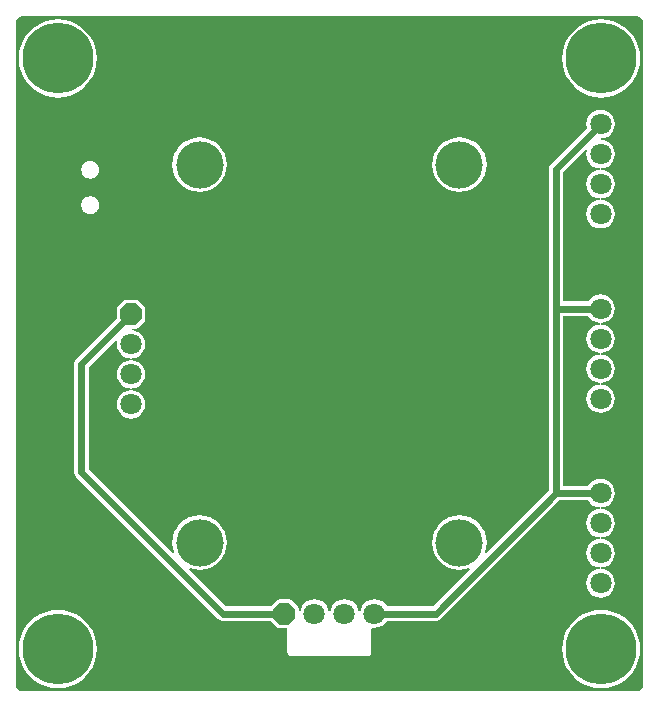
<source format=gbl>
G04 Layer_Physical_Order=2*
G04 Layer_Color=16711680*
%FSLAX44Y44*%
%MOMM*%
G71*
G01*
G75*
%ADD15C,0.6000*%
%ADD18C,6.0000*%
%ADD19C,4.0000*%
%ADD20C,1.8000*%
%ADD21P,1.9483X8X292.5*%
%ADD22P,1.9483X8X22.5*%
G36*
X537186Y585278D02*
X539040Y584040D01*
X540278Y582186D01*
X540680Y580167D01*
X540646Y580000D01*
Y20000D01*
X540680Y19833D01*
X540278Y17814D01*
X539040Y15960D01*
X537186Y14722D01*
X536199Y14526D01*
X535000Y14354D01*
Y14354D01*
X15000D01*
X14833Y14320D01*
X12814Y14722D01*
X10961Y15960D01*
X9722Y17814D01*
X9526Y18801D01*
X9354Y20000D01*
X9354D01*
Y580000D01*
X9320Y580167D01*
X9722Y582186D01*
X10961Y584040D01*
X12814Y585278D01*
X14833Y585680D01*
X15000Y585646D01*
X535000D01*
X535167Y585680D01*
X537186Y585278D01*
D02*
G37*
%LPC*%
G36*
X504500Y506423D02*
X501367Y506011D01*
X498448Y504802D01*
X495942Y502878D01*
X494018Y500372D01*
X492809Y497453D01*
X492397Y494320D01*
X492798Y491270D01*
X462544Y461016D01*
X461218Y459031D01*
X460752Y456690D01*
Y338130D01*
Y184404D01*
X407755Y131407D01*
X406632Y132080D01*
X407667Y135491D01*
X408111Y140000D01*
X407667Y144509D01*
X406352Y148844D01*
X404216Y152840D01*
X401342Y156342D01*
X397840Y159216D01*
X393844Y161352D01*
X389509Y162667D01*
X385000Y163111D01*
X380491Y162667D01*
X376156Y161352D01*
X372160Y159216D01*
X368658Y156342D01*
X365784Y152840D01*
X363648Y148844D01*
X362333Y144509D01*
X361889Y140000D01*
X362333Y135491D01*
X363648Y131156D01*
X365784Y127160D01*
X368658Y123658D01*
X372160Y120784D01*
X376156Y118648D01*
X380491Y117333D01*
X385000Y116889D01*
X389509Y117333D01*
X392920Y118368D01*
X393593Y117245D01*
X362466Y86117D01*
X323531D01*
X321659Y88559D01*
X319152Y90482D01*
X316233Y91691D01*
X313100Y92104D01*
X309967Y91691D01*
X307048Y90482D01*
X304541Y88559D01*
X302618Y86052D01*
X301409Y83133D01*
X301116Y80905D01*
X301040Y80334D01*
X299760D01*
X299684Y80905D01*
X299391Y83133D01*
X298182Y86052D01*
X296259Y88559D01*
X293752Y90482D01*
X290833Y91691D01*
X287700Y92104D01*
X284567Y91691D01*
X281648Y90482D01*
X279142Y88559D01*
X277218Y86052D01*
X276009Y83133D01*
X275716Y80905D01*
X275640Y80334D01*
X274360D01*
X274284Y80905D01*
X273991Y83133D01*
X272782Y86052D01*
X270858Y88559D01*
X268352Y90482D01*
X265433Y91691D01*
X262300Y92104D01*
X259167Y91691D01*
X256248Y90482D01*
X253741Y88559D01*
X251818Y86052D01*
X250609Y83133D01*
X250362Y81255D01*
X249656Y80910D01*
X249029Y80862D01*
X248959Y80944D01*
Y84500D01*
X248959Y84500D01*
X248726Y85670D01*
X248063Y86663D01*
X243563Y91163D01*
X242570Y91826D01*
X241400Y92059D01*
X232400D01*
X232400Y92059D01*
X231229Y91826D01*
X230237Y91163D01*
X225737Y86663D01*
X225373Y86117D01*
X187534D01*
X156407Y117245D01*
X157080Y118368D01*
X160491Y117333D01*
X165000Y116889D01*
X169509Y117333D01*
X173844Y118648D01*
X177840Y120784D01*
X181342Y123658D01*
X184216Y127160D01*
X186352Y131156D01*
X187667Y135491D01*
X188111Y140000D01*
X187667Y144509D01*
X186352Y148844D01*
X184216Y152840D01*
X181342Y156342D01*
X177840Y159216D01*
X173844Y161352D01*
X169509Y162667D01*
X165000Y163111D01*
X160491Y162667D01*
X156156Y161352D01*
X152160Y159216D01*
X148658Y156342D01*
X145784Y152840D01*
X143648Y148844D01*
X142333Y144509D01*
X141889Y140000D01*
X142333Y135491D01*
X143368Y132080D01*
X142245Y131407D01*
X71118Y202534D01*
Y288816D01*
X94323Y312022D01*
X95400Y311302D01*
X95309Y311083D01*
X94896Y307950D01*
X95309Y304817D01*
X96518Y301898D01*
X98441Y299391D01*
X100948Y297468D01*
X103867Y296259D01*
X106095Y295966D01*
X106666Y295890D01*
Y294610D01*
X106095Y294534D01*
X103867Y294241D01*
X100948Y293032D01*
X98441Y291108D01*
X96518Y288602D01*
X95309Y285683D01*
X94896Y282550D01*
X95309Y279417D01*
X96518Y276498D01*
X98441Y273992D01*
X100948Y272068D01*
X103867Y270859D01*
X106095Y270566D01*
X106666Y270490D01*
Y269210D01*
X106095Y269134D01*
X103867Y268841D01*
X100948Y267632D01*
X98441Y265709D01*
X96518Y263202D01*
X95309Y260283D01*
X94896Y257150D01*
X95309Y254017D01*
X96518Y251098D01*
X98441Y248591D01*
X100948Y246668D01*
X103867Y245459D01*
X107000Y245047D01*
X110133Y245459D01*
X113052Y246668D01*
X115559Y248591D01*
X117482Y251098D01*
X118691Y254017D01*
X119103Y257150D01*
X118691Y260283D01*
X117482Y263202D01*
X115559Y265709D01*
X113052Y267632D01*
X110133Y268841D01*
X107905Y269134D01*
X107334Y269210D01*
Y270490D01*
X107905Y270566D01*
X110133Y270859D01*
X113052Y272068D01*
X115559Y273992D01*
X117482Y276498D01*
X118691Y279417D01*
X119103Y282550D01*
X118691Y285683D01*
X117482Y288602D01*
X115559Y291108D01*
X113052Y293032D01*
X110133Y294241D01*
X107905Y294534D01*
X107334Y294610D01*
Y295890D01*
X107905Y295966D01*
X110133Y296259D01*
X113052Y297468D01*
X115559Y299391D01*
X117482Y301898D01*
X118691Y304817D01*
X119103Y307950D01*
X118691Y311083D01*
X117482Y314002D01*
X115559Y316509D01*
X113052Y318432D01*
X110133Y319641D01*
X108255Y319888D01*
X107910Y320594D01*
X107862Y321221D01*
X107944Y321291D01*
X111500D01*
X111500Y321291D01*
X112670Y321524D01*
X113663Y322187D01*
X118163Y326687D01*
X118826Y327679D01*
X119059Y328850D01*
Y337850D01*
X119059Y337850D01*
X118826Y339021D01*
X118163Y340013D01*
X113663Y344513D01*
X112670Y345176D01*
X111500Y345409D01*
X102500D01*
X102500Y345409D01*
X101329Y345176D01*
X100337Y344513D01*
X95837Y340013D01*
X95174Y339021D01*
X94941Y337850D01*
Y329943D01*
X60674Y295676D01*
X59348Y293691D01*
X58882Y291350D01*
Y200000D01*
X59348Y197659D01*
X60674Y195674D01*
X180674Y75674D01*
X182659Y74348D01*
X185000Y73882D01*
X225373D01*
X225737Y73337D01*
X230237Y68837D01*
X231229Y68174D01*
X232400Y67941D01*
X238833D01*
X239441Y67200D01*
Y47200D01*
X239674Y46029D01*
X240337Y45037D01*
X241329Y44374D01*
X242500Y44141D01*
X307500D01*
X308671Y44374D01*
X309663Y45037D01*
X310326Y46029D01*
X310559Y47200D01*
Y66950D01*
X311352Y68046D01*
X311418Y68118D01*
X313100Y67896D01*
X316233Y68309D01*
X319152Y69518D01*
X321659Y71441D01*
X323531Y73882D01*
X365000D01*
X367341Y74348D01*
X369326Y75674D01*
X469404Y175753D01*
X494068D01*
X495942Y173312D01*
X498448Y171388D01*
X501367Y170179D01*
X503595Y169886D01*
X504166Y169811D01*
Y168530D01*
X503595Y168454D01*
X501367Y168161D01*
X498448Y166952D01*
X495942Y165028D01*
X494018Y162522D01*
X492809Y159603D01*
X492397Y156470D01*
X492809Y153337D01*
X494018Y150418D01*
X495942Y147912D01*
X498448Y145988D01*
X501367Y144779D01*
X503595Y144486D01*
X504166Y144410D01*
Y143130D01*
X503595Y143055D01*
X501367Y142761D01*
X498448Y141552D01*
X495942Y139628D01*
X494018Y137122D01*
X492809Y134203D01*
X492397Y131070D01*
X492809Y127937D01*
X494018Y125018D01*
X495942Y122512D01*
X498448Y120588D01*
X501367Y119379D01*
X503595Y119086D01*
X504166Y119010D01*
Y117730D01*
X503595Y117654D01*
X501367Y117361D01*
X498448Y116152D01*
X495942Y114228D01*
X494018Y111722D01*
X492809Y108803D01*
X492397Y105670D01*
X492809Y102537D01*
X494018Y99618D01*
X495942Y97112D01*
X498448Y95188D01*
X501367Y93979D01*
X504500Y93567D01*
X507633Y93979D01*
X510552Y95188D01*
X513059Y97112D01*
X514982Y99618D01*
X516191Y102537D01*
X516604Y105670D01*
X516191Y108803D01*
X514982Y111722D01*
X513059Y114228D01*
X510552Y116152D01*
X507633Y117361D01*
X505405Y117654D01*
X504834Y117730D01*
Y119010D01*
X505405Y119086D01*
X507633Y119379D01*
X510552Y120588D01*
X513059Y122512D01*
X514982Y125018D01*
X516191Y127937D01*
X516604Y131070D01*
X516191Y134203D01*
X514982Y137122D01*
X513059Y139628D01*
X510552Y141552D01*
X507633Y142761D01*
X505405Y143055D01*
X504834Y143130D01*
Y144410D01*
X505405Y144486D01*
X507633Y144779D01*
X510552Y145988D01*
X513059Y147912D01*
X514982Y150418D01*
X516191Y153337D01*
X516604Y156470D01*
X516191Y159603D01*
X514982Y162522D01*
X513059Y165028D01*
X510552Y166952D01*
X507633Y168161D01*
X505405Y168454D01*
X504834Y168530D01*
Y169811D01*
X505405Y169886D01*
X507633Y170179D01*
X510552Y171388D01*
X513059Y173312D01*
X514982Y175818D01*
X516191Y178737D01*
X516604Y181870D01*
X516191Y185003D01*
X514982Y187922D01*
X513059Y190429D01*
X510552Y192352D01*
X507633Y193561D01*
X504500Y193974D01*
X501367Y193561D01*
X498448Y192352D01*
X495942Y190429D01*
X494068Y187988D01*
X472988D01*
Y332012D01*
X494061D01*
X495942Y329562D01*
X498448Y327638D01*
X501367Y326429D01*
X503595Y326136D01*
X504166Y326060D01*
Y324780D01*
X503595Y324705D01*
X501367Y324411D01*
X498448Y323202D01*
X495942Y321278D01*
X494018Y318772D01*
X492809Y315853D01*
X492397Y312720D01*
X492809Y309587D01*
X494018Y306668D01*
X495942Y304161D01*
X498448Y302238D01*
X501367Y301029D01*
X503595Y300736D01*
X504166Y300660D01*
Y299380D01*
X503595Y299305D01*
X501367Y299011D01*
X498448Y297802D01*
X495942Y295879D01*
X494018Y293372D01*
X492809Y290453D01*
X492397Y287320D01*
X492809Y284187D01*
X494018Y281268D01*
X495942Y278762D01*
X498448Y276838D01*
X501367Y275629D01*
X503595Y275336D01*
X504166Y275261D01*
Y273980D01*
X503595Y273904D01*
X501367Y273611D01*
X498448Y272402D01*
X495942Y270478D01*
X494018Y267972D01*
X492809Y265053D01*
X492397Y261920D01*
X492809Y258787D01*
X494018Y255868D01*
X495942Y253361D01*
X498448Y251438D01*
X501367Y250229D01*
X504500Y249816D01*
X507633Y250229D01*
X510552Y251438D01*
X513059Y253361D01*
X514982Y255868D01*
X516191Y258787D01*
X516604Y261920D01*
X516191Y265053D01*
X514982Y267972D01*
X513059Y270478D01*
X510552Y272402D01*
X507633Y273611D01*
X505405Y273904D01*
X504834Y273980D01*
Y275261D01*
X505405Y275336D01*
X507633Y275629D01*
X510552Y276838D01*
X513059Y278762D01*
X514982Y281268D01*
X516191Y284187D01*
X516604Y287320D01*
X516191Y290453D01*
X514982Y293372D01*
X513059Y295879D01*
X510552Y297802D01*
X507633Y299011D01*
X505405Y299305D01*
X504834Y299380D01*
Y300660D01*
X505405Y300736D01*
X507633Y301029D01*
X510552Y302238D01*
X513059Y304161D01*
X514982Y306668D01*
X516191Y309587D01*
X516604Y312720D01*
X516191Y315853D01*
X514982Y318772D01*
X513059Y321278D01*
X510552Y323202D01*
X507633Y324411D01*
X505405Y324705D01*
X504834Y324780D01*
Y326060D01*
X505405Y326136D01*
X507633Y326429D01*
X510552Y327638D01*
X513059Y329562D01*
X514982Y332068D01*
X516191Y334987D01*
X516604Y338120D01*
X516191Y341253D01*
X514982Y344172D01*
X513059Y346679D01*
X510552Y348602D01*
X507633Y349811D01*
X504500Y350224D01*
X501367Y349811D01*
X498448Y348602D01*
X495942Y346679D01*
X494076Y344248D01*
X472988D01*
Y454156D01*
X491823Y472992D01*
X492900Y472272D01*
X492809Y472053D01*
X492397Y468920D01*
X492809Y465787D01*
X494018Y462868D01*
X495942Y460362D01*
X498448Y458438D01*
X501367Y457229D01*
X503595Y456936D01*
X504166Y456861D01*
Y455580D01*
X503595Y455504D01*
X501367Y455211D01*
X498448Y454002D01*
X495942Y452079D01*
X494018Y449572D01*
X492809Y446653D01*
X492397Y443520D01*
X492809Y440387D01*
X494018Y437468D01*
X495942Y434962D01*
X498448Y433038D01*
X501367Y431829D01*
X503595Y431536D01*
X504166Y431460D01*
Y430180D01*
X503595Y430104D01*
X501367Y429811D01*
X498448Y428602D01*
X495942Y426679D01*
X494018Y424172D01*
X492809Y421253D01*
X492397Y418120D01*
X492809Y414987D01*
X494018Y412068D01*
X495942Y409562D01*
X498448Y407638D01*
X501367Y406429D01*
X504500Y406017D01*
X507633Y406429D01*
X510552Y407638D01*
X513059Y409562D01*
X514982Y412068D01*
X516191Y414987D01*
X516604Y418120D01*
X516191Y421253D01*
X514982Y424172D01*
X513059Y426679D01*
X510552Y428602D01*
X507633Y429811D01*
X505405Y430104D01*
X504834Y430180D01*
Y431460D01*
X505405Y431536D01*
X507633Y431829D01*
X510552Y433038D01*
X513059Y434962D01*
X514982Y437468D01*
X516191Y440387D01*
X516604Y443520D01*
X516191Y446653D01*
X514982Y449572D01*
X513059Y452079D01*
X510552Y454002D01*
X507633Y455211D01*
X505405Y455504D01*
X504834Y455580D01*
Y456861D01*
X505405Y456936D01*
X507633Y457229D01*
X510552Y458438D01*
X513059Y460362D01*
X514982Y462868D01*
X516191Y465787D01*
X516604Y468920D01*
X516191Y472053D01*
X514982Y474972D01*
X513059Y477478D01*
X510552Y479402D01*
X507633Y480611D01*
X505405Y480904D01*
X504834Y480980D01*
Y482261D01*
X505405Y482336D01*
X507633Y482629D01*
X510552Y483838D01*
X513059Y485761D01*
X514982Y488268D01*
X516191Y491187D01*
X516604Y494320D01*
X516191Y497453D01*
X514982Y500372D01*
X513059Y502878D01*
X510552Y504802D01*
X507633Y506011D01*
X504500Y506423D01*
D02*
G37*
G36*
X73077Y433438D02*
X71883D01*
X70128Y433089D01*
X69025Y432632D01*
X67536Y431638D01*
X66692Y430794D01*
X65698Y429305D01*
X65241Y428203D01*
X64892Y426447D01*
Y426146D01*
X64833Y425850D01*
X64892Y425555D01*
Y425253D01*
X65241Y423498D01*
X65698Y422395D01*
X66692Y420906D01*
X67536Y420062D01*
X69025Y419068D01*
X70128Y418611D01*
X71883Y418262D01*
X73077D01*
X74833Y418611D01*
X75935Y419068D01*
X77424Y420062D01*
X78268Y420906D01*
X79262Y422395D01*
X79719Y423498D01*
X80068Y425253D01*
Y425555D01*
X80127Y425850D01*
X80068Y426146D01*
Y426447D01*
X79719Y428203D01*
X79262Y429305D01*
X78268Y430794D01*
X77424Y431638D01*
X75935Y432632D01*
X74833Y433089D01*
X73077Y433438D01*
D02*
G37*
G36*
X45000Y83102D02*
X39822Y82695D01*
X34771Y81482D01*
X29972Y79494D01*
X25543Y76780D01*
X21593Y73407D01*
X18220Y69457D01*
X15506Y65028D01*
X13518Y60229D01*
X12306Y55178D01*
X11898Y50000D01*
X12306Y44822D01*
X13518Y39771D01*
X15506Y34972D01*
X18220Y30543D01*
X21593Y26593D01*
X25543Y23220D01*
X29972Y20506D01*
X34771Y18518D01*
X39822Y17306D01*
X45000Y16898D01*
X50178Y17306D01*
X55229Y18518D01*
X60028Y20506D01*
X64457Y23220D01*
X68407Y26593D01*
X71780Y30543D01*
X74494Y34972D01*
X76482Y39771D01*
X77695Y44822D01*
X78102Y50000D01*
X77695Y55178D01*
X76482Y60229D01*
X74494Y65028D01*
X71780Y69457D01*
X68407Y73407D01*
X64457Y76780D01*
X60028Y79494D01*
X55229Y81482D01*
X50178Y82695D01*
X45000Y83102D01*
D02*
G37*
G36*
X505000D02*
X499822Y82695D01*
X494771Y81482D01*
X489972Y79494D01*
X485543Y76780D01*
X481593Y73407D01*
X478220Y69457D01*
X475506Y65028D01*
X473518Y60229D01*
X472305Y55178D01*
X471898Y50000D01*
X472305Y44822D01*
X473518Y39771D01*
X475506Y34972D01*
X478220Y30543D01*
X481593Y26593D01*
X485543Y23220D01*
X489972Y20506D01*
X494771Y18518D01*
X499822Y17306D01*
X505000Y16898D01*
X510178Y17306D01*
X515229Y18518D01*
X520028Y20506D01*
X524457Y23220D01*
X528407Y26593D01*
X531780Y30543D01*
X534494Y34972D01*
X536482Y39771D01*
X537695Y44822D01*
X538102Y50000D01*
X537695Y55178D01*
X536482Y60229D01*
X534494Y65028D01*
X531780Y69457D01*
X528407Y73407D01*
X524457Y76780D01*
X520028Y79494D01*
X515229Y81482D01*
X510178Y82695D01*
X505000Y83102D01*
D02*
G37*
G36*
X165000Y483111D02*
X160491Y482667D01*
X156156Y481352D01*
X152160Y479216D01*
X148658Y476342D01*
X145784Y472840D01*
X143648Y468844D01*
X142333Y464509D01*
X141889Y460000D01*
X142333Y455491D01*
X143648Y451156D01*
X145784Y447160D01*
X148658Y443658D01*
X152160Y440784D01*
X156156Y438648D01*
X160491Y437333D01*
X165000Y436889D01*
X169509Y437333D01*
X173844Y438648D01*
X177840Y440784D01*
X181342Y443658D01*
X184216Y447160D01*
X186352Y451156D01*
X187667Y455491D01*
X188111Y460000D01*
X187667Y464509D01*
X186352Y468844D01*
X184216Y472840D01*
X181342Y476342D01*
X177840Y479216D01*
X173844Y481352D01*
X169509Y482667D01*
X165000Y483111D01*
D02*
G37*
G36*
X45000Y583102D02*
X39822Y582695D01*
X34771Y581482D01*
X29972Y579494D01*
X25543Y576780D01*
X21593Y573407D01*
X18220Y569457D01*
X15506Y565028D01*
X13518Y560229D01*
X12306Y555178D01*
X11898Y550000D01*
X12306Y544822D01*
X13518Y539771D01*
X15506Y534972D01*
X18220Y530543D01*
X21593Y526593D01*
X25543Y523220D01*
X29972Y520506D01*
X34771Y518518D01*
X39822Y517305D01*
X45000Y516898D01*
X50178Y517305D01*
X55229Y518518D01*
X60028Y520506D01*
X64457Y523220D01*
X68407Y526593D01*
X71780Y530543D01*
X74494Y534972D01*
X76482Y539771D01*
X77695Y544822D01*
X78102Y550000D01*
X77695Y555178D01*
X76482Y560229D01*
X74494Y565028D01*
X71780Y569457D01*
X68407Y573407D01*
X64457Y576780D01*
X60028Y579494D01*
X55229Y581482D01*
X50178Y582695D01*
X45000Y583102D01*
D02*
G37*
G36*
X505000D02*
X499822Y582695D01*
X494771Y581482D01*
X489972Y579494D01*
X485543Y576780D01*
X481593Y573407D01*
X478220Y569457D01*
X475506Y565028D01*
X473518Y560229D01*
X472305Y555178D01*
X471898Y550000D01*
X472305Y544822D01*
X473518Y539771D01*
X475506Y534972D01*
X478220Y530543D01*
X481593Y526593D01*
X485543Y523220D01*
X489972Y520506D01*
X494771Y518518D01*
X499822Y517305D01*
X505000Y516898D01*
X510178Y517305D01*
X515229Y518518D01*
X520028Y520506D01*
X524457Y523220D01*
X528407Y526593D01*
X531780Y530543D01*
X534494Y534972D01*
X536482Y539771D01*
X537695Y544822D01*
X538102Y550000D01*
X537695Y555178D01*
X536482Y560229D01*
X534494Y565028D01*
X531780Y569457D01*
X528407Y573407D01*
X524457Y576780D01*
X520028Y579494D01*
X515229Y581482D01*
X510178Y582695D01*
X505000Y583102D01*
D02*
G37*
G36*
X385000Y483111D02*
X380491Y482667D01*
X376156Y481352D01*
X372160Y479216D01*
X368658Y476342D01*
X365784Y472840D01*
X363648Y468844D01*
X362333Y464509D01*
X361889Y460000D01*
X362333Y455491D01*
X363648Y451156D01*
X365784Y447160D01*
X368658Y443658D01*
X372160Y440784D01*
X376156Y438648D01*
X380491Y437333D01*
X385000Y436889D01*
X389509Y437333D01*
X393844Y438648D01*
X397840Y440784D01*
X401342Y443658D01*
X404216Y447160D01*
X406352Y451156D01*
X407667Y455491D01*
X408111Y460000D01*
X407667Y464509D01*
X406352Y468844D01*
X404216Y472840D01*
X401342Y476342D01*
X397840Y479216D01*
X393844Y481352D01*
X389509Y482667D01*
X385000Y483111D01*
D02*
G37*
G36*
X73077Y463438D02*
X71883D01*
X70128Y463089D01*
X69025Y462632D01*
X67536Y461638D01*
X66692Y460794D01*
X65698Y459305D01*
X65241Y458203D01*
X64892Y456447D01*
Y456146D01*
X64833Y455850D01*
X64892Y455555D01*
Y455253D01*
X65241Y453498D01*
X65698Y452395D01*
X66692Y450906D01*
X67536Y450062D01*
X69025Y449068D01*
X70128Y448611D01*
X71883Y448262D01*
X73077D01*
X74833Y448611D01*
X75935Y449068D01*
X77424Y450062D01*
X78268Y450906D01*
X79262Y452395D01*
X79719Y453497D01*
X80068Y455253D01*
Y455555D01*
X80127Y455850D01*
X80068Y456146D01*
Y456447D01*
X79719Y458203D01*
X79262Y459305D01*
X78268Y460794D01*
X77424Y461638D01*
X75935Y462632D01*
X74833Y463089D01*
X73077Y463438D01*
D02*
G37*
%LPD*%
D15*
X65000Y291350D02*
X107000Y333350D01*
X65000Y200000D02*
Y291350D01*
X185000Y80000D02*
X236900D01*
X466870Y338130D02*
Y456690D01*
X504500Y494320D01*
X504490Y338130D02*
X504500Y338120D01*
X466870Y338130D02*
X504490D01*
X466870Y181870D02*
Y338130D01*
Y181870D02*
X504500D01*
X313100Y80000D02*
X365000D01*
X65000Y200000D02*
X185000Y80000D01*
X365000D02*
X466870Y181870D01*
D18*
X505000Y550000D02*
D03*
X45000D02*
D03*
Y50000D02*
D03*
X505000D02*
D03*
D19*
X165000Y460000D02*
D03*
Y140000D02*
D03*
X385000D02*
D03*
Y460000D02*
D03*
D20*
X504500Y494320D02*
D03*
Y418120D02*
D03*
Y443520D02*
D03*
Y468920D02*
D03*
X107000Y307950D02*
D03*
Y282550D02*
D03*
Y257150D02*
D03*
X504500Y338120D02*
D03*
Y261920D02*
D03*
Y287320D02*
D03*
Y312720D02*
D03*
Y181870D02*
D03*
Y105670D02*
D03*
Y131070D02*
D03*
Y156470D02*
D03*
X313100Y80000D02*
D03*
X287700D02*
D03*
X262300D02*
D03*
D21*
X107000Y333350D02*
D03*
D22*
X236900Y80000D02*
D03*
M02*

</source>
